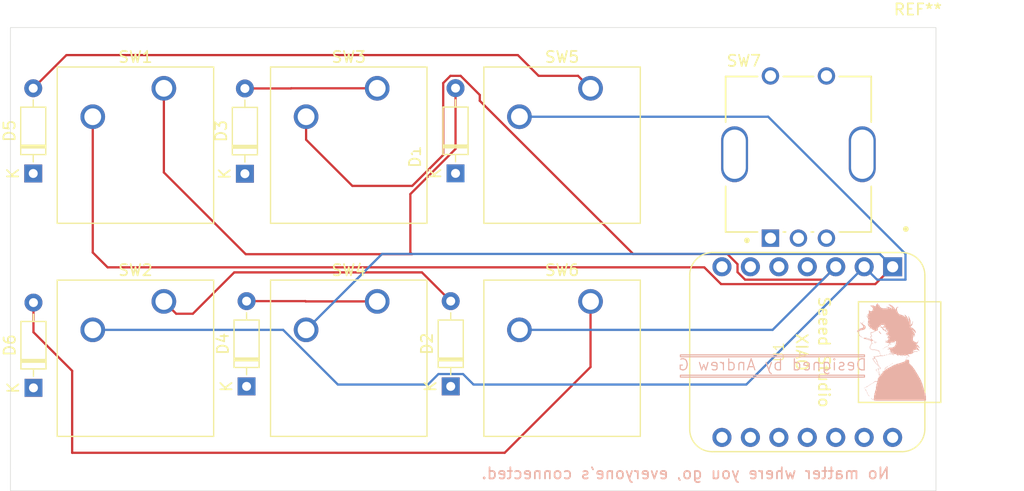
<source format=kicad_pcb>
(kicad_pcb (version 20240108) (generator "pcbnew") (generator_version "8.0")
  (layers (0 "F.Cu" signal) (31 "B.Cu" signal) (34 "B.Paste" user) (35 "F.Paste" user) (36 "B.SilkS" user "B.Silkscreen") (37 "F.SilkS" user "F.Silkscreen") (38 "B.Mask" user) (39 "F.Mask" user) (44 "Edge.Cuts" user))
  (net 0 "")
  (net 1 "Row 1")
  (net 2 "Net-(D1-A)")
  (net 3 "Net-(D2-A)")
  (net 4 "Net-(D3-A)")
  (net 5 "Net-(D4-A)")
  (net 6 "Row 2")
  (net 7 "Net-(D5-A)")
  (net 8 "Net-(D6-A)")
  (net 9 "Column 1")
  (net 10 "Column 2")
  (net 11 "Column 3")
  (net 12 "Net-(SW7-PadC)")
  (net 13 "Net-(U1-PA9_A5_D5_SCL)")
  (net 14 "Net-(U1-PB08_A6_D6_TX)")
  (footprint "Button_Switch_Keyboard:SW_Cherry_MX_1.00u_PCB" (layer "F.Cu") (at 133.23 65.58)
    (property "Reference" "SW1" (at -2.54 -2.794 0) (layer "F.SilkS"))
    (property "Value" "SW_Push")
    (pad "" np_thru_hole circle (at -7.62 5.08) (size 1.7 1.7) (drill 1.7) (layers "*.Cu" "*.Mask"))
    (pad "" np_thru_hole circle (at -2.54 5.08) (size 4 4) (drill 4) (layers "*.Cu" "*.Mask"))
    (pad "" np_thru_hole circle (at 2.54 5.08) (size 1.7 1.7) (drill 1.7) (layers "*.Cu" "*.Mask"))
    (pad "1" thru_hole circle (at 0 0) (size 2.2 2.2) (drill 1.5) (layers "*.Cu" "*.Mask") (net 2 "Net-(D1-A)"))
    (pad "2" thru_hole circle (at -6.35 2.54) (size 2.2 2.2) (drill 1.5) (layers "*.Cu" "*.Mask") (net 9 "Column 1"))
  )
  (footprint "" (layer "F.Cu") (at 121.165 61.735)
    (property "Reference" "" (at 0 0 0) (layer "F.SilkS") (effects (font (size 1.27 1.27))))
    (property "Value" "")
    (pad "" np_thru_hole circle (at 0 0) (size 2.2 2.2) (drill 2.2) (layers "*.Cu" "*.Mask"))
  )
  (footprint "Diode_THT:D_DO-35_SOD27_P7.62mm_Horizontal" (layer "F.Cu") (at 140.465 73.215 90)
    (property "Reference" "D3" (at 3.81 -2.12 90) (layer "F.SilkS"))
    (property "Value" "1N4148")
    (fp_text user "K" (at 0 -1.8 90) (layer "F.SilkS"))
    (pad "1" thru_hole rect (at 0 0 90) (size 1.6 1.6) (drill 0.8) (layers "*.Cu" "*.Mask") (net 1 "Row 1"))
    (pad "2" thru_hole oval (at 7.62 0 90) (size 1.6 1.6) (drill 0.8) (layers "*.Cu" "*.Mask") (net 4 "Net-(D3-A)"))
  )
  (footprint "Button_Switch_Keyboard:SW_Cherry_MX_1.00u_PCB" (layer "F.Cu") (at 171.33 84.63)
    (property "Reference" "SW6" (at -2.54 -2.794 0) (layer "F.SilkS"))
    (property "Value" "SW_Push")
    (pad "" np_thru_hole circle (at -7.62 5.08) (size 1.7 1.7) (drill 1.7) (layers "*.Cu" "*.Mask"))
    (pad "" np_thru_hole circle (at -2.54 5.08) (size 4 4) (drill 4) (layers "*.Cu" "*.Mask"))
    (pad "" np_thru_hole circle (at 2.54 5.08) (size 1.7 1.7) (drill 1.7) (layers "*.Cu" "*.Mask"))
    (pad "1" thru_hole circle (at 0 0) (size 2.2 2.2) (drill 1.5) (layers "*.Cu" "*.Mask") (net 8 "Net-(D6-A)"))
    (pad "2" thru_hole circle (at -6.35 2.54) (size 2.2 2.2) (drill 1.5) (layers "*.Cu" "*.Mask") (net 11 "Column 3"))
  )
  (footprint "" (layer "F.Cu") (at 200.565 99.535)
    (property "Reference" "" (at 0 0 0) (layer "F.SilkS") (effects (font (size 1.27 1.27))))
    (property "Value" "")
    (pad "" np_thru_hole circle (at 0 0) (size 2.2 2.2) (drill 2.2) (layers "*.Cu" "*.Mask"))
  )
  (footprint "" (layer "F.Cu") (at 121.165 99.535)
    (property "Reference" "" (at 0 0 0) (layer "F.SilkS") (effects (font (size 1.27 1.27))))
    (property "Value" "")
    (pad "" np_thru_hole circle (at 0 0) (size 2.2 2.2) (drill 2.2) (layers "*.Cu" "*.Mask"))
  )
  (footprint "Button_Switch_Keyboard:SW_Cherry_MX_1.00u_PCB" (layer "F.Cu") (at 152.28 65.58)
    (property "Reference" "SW3" (at -2.54 -2.794 0) (layer "F.SilkS"))
    (property "Value" "SW_Push")
    (pad "" np_thru_hole circle (at -7.62 5.08) (size 1.7 1.7) (drill 1.7) (layers "*.Cu" "*.Mask"))
    (pad "" np_thru_hole circle (at -2.54 5.08) (size 4 4) (drill 4) (layers "*.Cu" "*.Mask"))
    (pad "" np_thru_hole circle (at 2.54 5.08) (size 1.7 1.7) (drill 1.7) (layers "*.Cu" "*.Mask"))
    (pad "1" thru_hole circle (at 0 0) (size 2.2 2.2) (drill 1.5) (layers "*.Cu" "*.Mask") (net 4 "Net-(D3-A)"))
    (pad "2" thru_hole circle (at -6.35 2.54) (size 2.2 2.2) (drill 1.5) (layers "*.Cu" "*.Mask") (net 11 "Column 3"))
  )
  (footprint "MountingHole:MountingHole_2.2mm_M2" (layer "F.Cu") (at 200.565 61.735)
    (property "Reference" "REF**" (at 0 -3.2 0) (layer "F.SilkS"))
    (property "Value" "MountingHole_2.2mm_M2")
    (pad "" np_thru_hole circle (at 0 0) (size 2.2 2.2) (drill 2.2) (layers "*.Cu" "*.Mask"))
  )
  (footprint "Seeed Studio XIAO Series Library:XIAO-Generic-Thruhole-14P-2.54-21X17.8MM" (layer "F.Cu") (at 190.685 89.16 -90)
    (property "Reference" "U1" (at 0 2.54 90) (layer "F.SilkS") (effects (font (size 0.889 0.889) (thickness 0.1016))))
    (property "Value" "Seeed Studio XIAO SAMD21" (hide yes))
    (fp_text user "XIAO" (at 0 0.5 -90) (layer "F.SilkS"))
    (fp_text user "Seeed Studio" (at 0 -1.5 -90) (layer "F.SilkS"))
    (pad "1" thru_hole rect (at -7.625 -7.62 270) (size 1.7 1.7) (drill 1) (layers "*.Cu" "*.Mask") (net 9 "Column 1"))
    (pad "2" thru_hole circle (at -7.625 -5.08 270) (size 1.7 1.7) (drill 1) (layers "*.Cu" "*.Mask") (net 10 "Column 2"))
    (pad "3" thru_hole circle (at -7.625 -2.54 270) (size 1.7 1.7) (drill 1) (layers "*.Cu" "*.Mask") (net 11 "Column 3"))
    (pad "4" thru_hole circle (at -7.625 0 270) (size 1.7 1.7) (drill 1) (layers "*.Cu" "*.Mask") (net 1 "Row 1"))
    (pad "5" thru_hole circle (at -7.625 2.54 270) (size 1.7 1.7) (drill 1) (layers "*.Cu" "*.Mask") (net 6 "Row 2"))
    (pad "6" thru_hole circle (at -7.625 5.08 90) (size 1.7 1.7) (drill 1) (layers "*.Cu" "*.Mask") (net 13 "Net-(U1-PA9_A5_D5_SCL)"))
    (pad "7" thru_hole circle (at -7.625 7.62 270) (size 1.7 1.7) (drill 1) (layers "*.Cu" "*.Mask") (net 14 "Net-(U1-PB08_A6_D6_TX)"))
    (pad "8" thru_hole circle (at 7.625 7.62 270) (size 1.7 1.7) (drill 1) (layers "*.Cu" "*.Mask"))
    (pad "9" thru_hole circle (at 7.625 5.08 270) (size 1.7 1.7) (drill 1) (layers "*.Cu" "*.Mask"))
    (pad "10" thru_hole circle (at 7.625 2.54 270) (size 1.7 1.7) (drill 1) (layers "*.Cu" "*.Mask"))
    (pad "11" thru_hole circle (at 7.625 0 270) (size 1.7 1.7) (drill 1) (layers "*.Cu" "*.Mask"))
    (pad "12" thru_hole circle (at 7.625 -2.54 270) (size 1.7 1.7) (drill 1) (layers "*.Cu" "*.Mask"))
    (pad "13" thru_hole circle (at 7.625 -5.08 270) (size 1.7 1.7) (drill 1) (layers "*.Cu" "*.Mask") (net 12 "Net-(SW7-PadC)"))
    (pad "14" thru_hole circle (at 7.625 -7.62 270) (size 1.7 1.7) (drill 1) (layers "*.Cu" "*.Mask"))
  )
  (footprint "Button_Switch_Keyboard:SW_Cherry_MX_1.00u_PCB" (layer "F.Cu") (at 133.23 84.63)
    (property "Reference" "SW2" (at -2.54 -2.794 0) (layer "F.SilkS"))
    (property "Value" "SW_Push")
    (pad "" np_thru_hole circle (at -7.62 5.08) (size 1.7 1.7) (drill 1.7) (layers "*.Cu" "*.Mask"))
    (pad "" np_thru_hole circle (at -2.54 5.08) (size 4 4) (drill 4) (layers "*.Cu" "*.Mask"))
    (pad "" np_thru_hole circle (at 2.54 5.08) (size 1.7 1.7) (drill 1.7) (layers "*.Cu" "*.Mask"))
    (pad "1" thru_hole circle (at 0 0) (size 2.2 2.2) (drill 1.5) (layers "*.Cu" "*.Mask") (net 3 "Net-(D2-A)"))
    (pad "2" thru_hole circle (at -6.35 2.54) (size 2.2 2.2) (drill 1.5) (layers "*.Cu" "*.Mask") (net 10 "Column 2"))
  )
  (footprint "Rotary_Encoder:Bourns-PEC11R-4220F-S0024-0-0-0" (layer "F.Cu") (at 189.895 71.475)
    (property "Reference" "SW7" (at -6.5 -8.35 0) (layer "F.SilkS") (effects (justify left)))
    (property "Value" "RotaryEncoder_Switch" (hide yes))
    (pad "1" thru_hole circle (at -2.5 -7) (size 1.55 1.55) (drill 1) (layers "*.Cu" "*.Mask"))
    (pad "2" thru_hole circle (at 2.5 -7) (size 1.55 1.55) (drill 1) (layers "*.Cu" "*.Mask"))
    (pad "3" thru_hole roundrect (at -5.7 0) (size 2.4 5) (drill oval 2 4.4) (layers "*.Cu" "*.Mask") (roundrect_rratio 0.5))
    (pad "4" thru_hole roundrect (at 5.7 0) (size 2.4 5) (drill oval 2 4.4) (layers "*.Cu" "*.Mask") (roundrect_rratio 0.5))
    (pad "A" thru_hole rect (at -2.5 7.5) (size 1.55 1.55) (drill 1) (layers "*.Cu" "*.Mask") (net 14 "Net-(U1-PB08_A6_D6_TX)"))
    (pad "B" thru_hole circle (at 2.5 7.5) (size 1.55 1.55) (drill 1) (layers "*.Cu" "*.Mask") (net 13 "Net-(U1-PA9_A5_D5_SCL)"))
    (pad "C" thru_hole circle (at 0 7.5) (size 1.55 1.55) (drill 1) (layers "*.Cu" "*.Mask") (net 12 "Net-(SW7-PadC)"))
  )
  (footprint "Diode_THT:D_DO-35_SOD27_P7.62mm_Horizontal" (layer "F.Cu") (at 158.845 92.225 90)
    (property "Reference" "D2" (at 3.81 -2.12 90) (layer "F.SilkS"))
    (property "Value" "1N4148")
    (fp_text user "K" (at 0 -1.8 90) (layer "F.SilkS"))
    (pad "1" thru_hole rect (at 0 0 90) (size 1.6 1.6) (drill 0.8) (layers "*.Cu" "*.Mask") (net 1 "Row 1"))
    (pad "2" thru_hole oval (at 7.62 0 90) (size 1.6 1.6) (drill 0.8) (layers "*.Cu" "*.Mask") (net 3 "Net-(D2-A)"))
  )
  (footprint "Button_Switch_Keyboard:SW_Cherry_MX_1.00u_PCB" (layer "F.Cu") (at 171.33 65.58)
    (property "Reference" "SW5" (at -2.54 -2.794 0) (layer "F.SilkS"))
    (property "Value" "SW_Push")
    (pad "" np_thru_hole circle (at -7.62 5.08) (size 1.7 1.7) (drill 1.7) (layers "*.Cu" "*.Mask"))
    (pad "" np_thru_hole circle (at -2.54 5.08) (size 4 4) (drill 4) (layers "*.Cu" "*.Mask"))
    (pad "" np_thru_hole circle (at 2.54 5.08) (size 1.7 1.7) (drill 1.7) (layers "*.Cu" "*.Mask"))
    (pad "1" thru_hole circle (at 0 0) (size 2.2 2.2) (drill 1.5) (layers "*.Cu" "*.Mask") (net 7 "Net-(D5-A)"))
    (pad "2" thru_hole circle (at -6.35 2.54) (size 2.2 2.2) (drill 1.5) (layers "*.Cu" "*.Mask") (net 10 "Column 2"))
  )
  (footprint "Diode_THT:D_DO-35_SOD27_P7.62mm_Horizontal" (layer "F.Cu") (at 121.585 92.355 90)
    (property "Reference" "D6" (at 3.81 -2.12 90) (layer "F.SilkS"))
    (property "Value" "1N4148")
    (fp_text user "K" (at 0 -1.8 90) (layer "F.SilkS"))
    (pad "1" thru_hole rect (at 0 0 90) (size 1.6 1.6) (drill 0.8) (layers "*.Cu" "*.Mask") (net 6 "Row 2"))
    (pad "2" thru_hole oval (at 7.62 0 90) (size 1.6 1.6) (drill 0.8) (layers "*.Cu" "*.Mask") (net 8 "Net-(D6-A)"))
  )
  (footprint "Diode_THT:D_DO-35_SOD27_P7.62mm_Horizontal" (layer "F.Cu") (at 159.275 73.185 90)
    (property "Reference" "D1" (at 1.485 -3.61 90) (layer "F.SilkS"))
    (property "Value" "1N4148")
    (fp_text user "K" (at 0 -1.8 90) (layer "F.SilkS"))
    (pad "1" thru_hole rect (at 0 0 90) (size 1.6 1.6) (drill 0.8) (layers "*.Cu" "*.Mask") (net 1 "Row 1"))
    (pad "2" thru_hole oval (at 7.62 0 90) (size 1.6 1.6) (drill 0.8) (layers "*.Cu" "*.Mask") (net 2 "Net-(D1-A)"))
  )
  (footprint "Button_Switch_Keyboard:SW_Cherry_MX_1.00u_PCB" (layer "F.Cu") (at 152.28 84.63)
    (property "Reference" "SW4" (at -2.54 -2.794 0) (layer "F.SilkS"))
    (property "Value" "SW_Push")
    (pad "" np_thru_hole circle (at -7.62 5.08) (size 1.7 1.7) (drill 1.7) (layers "*.Cu" "*.Mask"))
    (pad "" np_thru_hole circle (at -2.54 5.08) (size 4 4) (drill 4) (layers "*.Cu" "*.Mask"))
    (pad "" np_thru_hole circle (at 2.54 5.08) (size 1.7 1.7) (drill 1.7) (layers "*.Cu" "*.Mask"))
    (pad "1" thru_hole circle (at 0 0) (size 2.2 2.2) (drill 1.5) (layers "*.Cu" "*.Mask") (net 5 "Net-(D4-A)"))
    (pad "2" thru_hole circle (at -6.35 2.54) (size 2.2 2.2) (drill 1.5) (layers "*.Cu" "*.Mask") (net 9 "Column 1"))
  )
  (footprint "Diode_THT:D_DO-35_SOD27_P7.62mm_Horizontal" (layer "F.Cu") (at 140.615 92.225 90)
    (property "Reference" "D4" (at 3.81 -2.12 90) (layer "F.SilkS"))
    (property "Value" "1N4148")
    (fp_text user "K" (at 0 -1.8 90) (layer "F.SilkS"))
    (pad "1" thru_hole rect (at 0 0 90) (size 1.6 1.6) (drill 0.8) (layers "*.Cu" "*.Mask") (net 6 "Row 2"))
    (pad "2" thru_hole oval (at 7.62 0 90) (size 1.6 1.6) (drill 0.8) (layers "*.Cu" "*.Mask") (net 5 "Net-(D4-A)"))
  )
  (footprint "Diode_THT:D_DO-35_SOD27_P7.62mm_Horizontal" (layer "F.Cu") (at 121.565 73.195 90)
    (property "Reference" "D5" (at 3.81 -2.12 90) (layer "F.SilkS"))
    (property "Value" "1N4148")
    (fp_text user "K" (at 0 -1.8 90) (layer "F.SilkS"))
    (pad "1" thru_hole rect (at 0 0 90) (size 1.6 1.6) (drill 0.8) (layers "*.Cu" "*.Mask") (net 6 "Row 2"))
    (pad "2" thru_hole oval (at 7.62 0 90) (size 1.6 1.6) (drill 0.8) (layers "*.Cu" "*.Mask") (net 7 "Net-(D5-A)"))
  )
  (footprint "DecalFoot:Spike" (layer "B.Cu") (at 198.59 88.71 180)
    (property "Reference" "G***" (hide yes))
    (property "Value" "LOGO" (hide yes))
  )
  (gr_rect (start 179.352334 91.227571) (end 195.792334 91.397571) (stroke (width 0.1)) (fill none) (layer "B.SilkS"))
  (gr_rect (start 179.352334 89.407571) (end 195.792334 89.577571) (stroke (width 0.1)) (fill none) (layer "B.SilkS"))
  (gr_rect (start 119.530865 60.1485) (end 202.175 101.5615) (stroke (width 0.05)) (fill none) (layer "Edge.Cuts"))
  (gr_text "No matter where you go, everyone's connected." (at 198.125 100.585 0) (layer "B.SilkS") (effects (font (size 1 1)) (justify left bottom mirror)))
  (gr_text "Designed by Andrew G" (at 196.072334 90.877571 -0) (layer "B.SilkS") (effects (font (size 1 1) (thickness 0.1)) (justify left bottom mirror)))
  (segment (start 155.24 75.035) (end 159.275 71) (width 0.2) (layer "F.Cu") (net 2))
  (segment (start 155.24 80.26) (end 155.24 75.035) (width 0.2) (layer "F.Cu") (net 2))
  (segment (start 159.275 71) (end 159.275 65.565) (width 0.2) (layer "F.Cu") (net 2))
  (segment (start 133.23 65.58) (end 133.23 73.1) (width 0.2) (layer "F.Cu") (net 2))
  (segment (start 140.54 80.41) (end 155.39 80.41) (width 0.2) (layer "F.Cu") (net 2))
  (segment (start 155.39 80.41) (end 155.24 80.26) (width 0.2) (layer "F.Cu") (net 2))
  (segment (start 133.23 73.1) (end 140.54 80.41) (width 0.2) (layer "F.Cu") (net 2))
  (segment (start 156.275 82.035) (end 158.845 84.605) (width 0.2) (layer "F.Cu") (net 3))
  (segment (start 139.515 82.035) (end 156.275 82.035) (width 0.2) (layer "F.Cu") (net 3))
  (segment (start 135.820001 85.729999) (end 139.515 82.035) (width 0.2) (layer "F.Cu") (net 3))
  (segment (start 134.329999 85.729999) (end 135.820001 85.729999) (width 0.2) (layer "F.Cu") (net 3))
  (segment (start 133.23 84.63) (end 134.329999 85.729999) (width 0.2) (layer "F.Cu") (net 3))
  (segment (start 144.595 65.58) (end 144.58 65.595) (width 0.2) (layer "F.Cu") (net 4))
  (segment (start 144.58 65.595) (end 140.465 65.595) (width 0.2) (layer "F.Cu") (net 4))
  (segment (start 152.28 65.58) (end 144.595 65.58) (width 0.2) (layer "F.Cu") (net 4))
  (segment (start 152.28 84.63) (end 145.895 84.63) (width 0.2) (layer "F.Cu") (net 5))
  (segment (start 145.895 84.63) (end 145.87 84.605) (width 0.2) (layer "F.Cu") (net 5))
  (segment (start 145.87 84.605) (end 140.615 84.605) (width 0.2) (layer "F.Cu") (net 5))
  (segment (start 124.53 62.61) (end 121.565 65.575) (width 0.2) (layer "F.Cu") (net 7))
  (segment (start 166.695 64.465) (end 164.84 62.61) (width 0.2) (layer "F.Cu") (net 7))
  (segment (start 170.215 64.465) (end 166.695 64.465) (width 0.2) (layer "F.Cu") (net 7))
  (segment (start 164.84 62.61) (end 124.53 62.61) (width 0.2) (layer "F.Cu") (net 7))
  (segment (start 171.33 65.58) (end 170.215 64.465) (width 0.2) (layer "F.Cu") (net 7))
  (segment (start 125.04 98.16) (end 125.04 90.837056) (width 0.2) (layer "F.Cu") (net 8))
  (segment (start 171.33 90.493402) (end 163.663402 98.16) (width 0.2) (layer "F.Cu") (net 8))
  (segment (start 171.33 84.63) (end 171.33 90.493402) (width 0.2) (layer "F.Cu") (net 8))
  (segment (start 121.585 87.382056) (end 121.585 84.735) (width 0.2) (layer "F.Cu") (net 8))
  (segment (start 125.04 90.837056) (end 121.585 87.382056) (width 0.2) (layer "F.Cu") (net 8))
  (segment (start 163.663402 98.16) (end 125.04 98.16) (width 0.2) (layer "F.Cu") (net 8))
  (segment (start 181.488654 81.585) (end 182.988654 83.085) (width 0.2) (layer "F.Cu") (net 9))
  (segment (start 182.988654 83.085) (end 196.755 83.085) (width 0.2) (layer "F.Cu") (net 9))
  (segment (start 128.205101 81.585) (end 181.488654 81.585) (width 0.2) (layer "F.Cu") (net 9))
  (segment (start 126.88 80.259899) (end 128.205101 81.585) (width 0.2) (layer "F.Cu") (net 9))
  (segment (start 126.88 68.12) (end 126.88 80.259899) (width 0.2) (layer "F.Cu") (net 9))
  (segment (start 196.755 83.085) (end 198.305 81.535) (width 0.2) (layer "F.Cu") (net 9))
  (segment (start 152.715 80.385) (end 197.155 80.385) (width 0.2) (layer "B.Cu") (net 9))
  (segment (start 197.155 80.385) (end 198.305 81.535) (width 0.2) (layer "B.Cu") (net 9))
  (segment (start 145.93 87.17) (end 152.715 80.385) (width 0.2) (layer "B.Cu") (net 9))
  (segment (start 160.88 92.06) (end 185.24 92.06) (width 0.2) (layer "B.Cu") (net 10))
  (segment (start 157.745 91.125) (end 159.945 91.125) (width 0.2) (layer "B.Cu") (net 10))
  (segment (start 199.455 82.685) (end 196.915 82.685) (width 0.2) (layer "B.Cu") (net 10))
  (segment (start 148.765 92.06) (end 156.81 92.06) (width 0.2) (layer "B.Cu") (net 10))
  (segment (start 199.455 80.385) (end 199.455 82.685) (width 0.2) (layer "B.Cu") (net 10))
  (segment (start 196.915 82.685) (end 195.765 81.535) (width 0.2) (layer "B.Cu") (net 10))
  (segment (start 185.24 92.06) (end 195.765 81.535) (width 0.2) (layer "B.Cu") (net 10))
  (segment (start 156.81 92.06) (end 157.745 91.125) (width 0.2) (layer "B.Cu") (net 10))
  (segment (start 126.88 87.17) (end 143.875 87.17) (width 0.2) (layer "B.Cu") (net 10))
  (segment (start 187.19 68.12) (end 199.455 80.385) (width 0.2) (layer "B.Cu") (net 10))
  (segment (start 143.875 87.17) (end 148.765 92.06) (width 0.2) (layer "B.Cu") (net 10))
  (segment (start 159.945 91.125) (end 160.88 92.06) (width 0.2) (layer "B.Cu") (net 10))
  (segment (start 164.98 68.12) (end 187.19 68.12) (width 0.2) (layer "B.Cu") (net 10))
  (segment (start 192.075 82.685) (end 193.225 81.535) (width 0.2) (layer "F.Cu") (net 11))
  (segment (start 155.407157 74.302157) (end 158.175 71.534314) (width 0.2) (layer "F.Cu") (net 11))
  (segment (start 158.175 65.109365) (end 158.819365 64.465) (width 0.2) (layer "F.Cu") (net 11))
  (segment (start 184.455 81.298654) (end 184.455 82.011346) (width 0.2) (layer "F.Cu") (net 11))
  (segment (start 150.058755 74.302157) (end 155.407157 74.302157) (width 0.2) (layer "F.Cu") (net 11))
  (segment (start 183.541346 80.385) (end 184.455 81.298654) (width 0.2) (layer "F.Cu") (net 11))
  (segment (start 158.175 71.534314) (end 158.175 65.109365) (width 0.2) (layer "F.Cu") (net 11))
  (segment (start 185.128654 82.685) (end 192.075 82.685) (width 0.2) (layer "F.Cu") (net 11))
  (segment (start 175.132056 80.385) (end 183.541346 80.385) (width 0.2) (layer "F.Cu") (net 11))
  (segment (start 161.44 66.174365) (end 161.44 66.692944) (width 0.2) (layer "F.Cu") (net 11))
  (segment (start 145.93 68.12) (end 145.93 70.173402) (width 0.2) (layer "F.Cu") (net 11))
  (segment (start 184.455 82.011346) (end 185.128654 82.685) (width 0.2) (layer "F.Cu") (net 11))
  (segment (start 159.730635 64.465) (end 161.44 66.174365) (width 0.2) (layer "F.Cu") (net 11))
  (segment (start 161.44 66.692944) (end 175.132056 80.385) (width 0.2) (layer "F.Cu") (net 11))
  (segment (start 145.93 70.173402) (end 150.058755 74.302157) (width 0.2) (layer "F.Cu") (net 11))
  (segment (start 158.819365 64.465) (end 159.730635 64.465) (width 0.2) (layer "F.Cu") (net 11))
  (segment (start 187.59 87.17) (end 193.225 81.535) (width 0.2) (layer "B.Cu") (net 11))
  (segment (start 164.98 87.17) (end 187.59 87.17) (width 0.2) (layer "B.Cu") (net 11))
)
</source>
